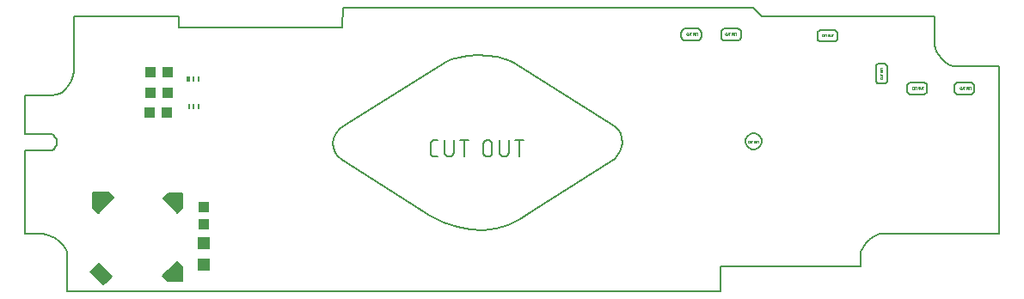
<source format=gbp>
G75*
%MOIN*%
%OFA0B0*%
%FSLAX25Y25*%
%IPPOS*%
%LPD*%
%AMOC8*
5,1,8,0,0,1.08239X$1,22.5*
%
%ADD10C,0.00600*%
%ADD11C,0.00500*%
%ADD12C,0.00800*%
%ADD13C,0.00000*%
%ADD14R,0.07480X0.05118*%
%ADD15R,0.04331X0.03937*%
%ADD16R,0.04724X0.04724*%
%ADD17R,0.03937X0.04331*%
%ADD18R,0.01181X0.02165*%
%ADD19R,0.00984X0.02165*%
D10*
X0017703Y0038877D02*
X0017703Y0053068D01*
X0017473Y0054223D01*
X0016826Y0055511D01*
X0015826Y0056843D01*
X0014540Y0058131D01*
X0013031Y0059287D01*
X0011367Y0060221D01*
X0009609Y0060847D01*
X0007826Y0061075D01*
X0001300Y0061075D01*
X0001300Y0093285D01*
X0011489Y0093363D01*
X0012380Y0093845D01*
X0013016Y0094600D01*
X0013395Y0095536D01*
X0013520Y0096561D01*
X0013391Y0097585D01*
X0013008Y0098513D01*
X0012374Y0099256D01*
X0011489Y0099720D01*
X0001300Y0099735D01*
X0001300Y0114803D02*
X0011489Y0114803D01*
X0013651Y0115090D01*
X0015486Y0115887D01*
X0017005Y0117096D01*
X0018220Y0118620D01*
X0019144Y0120362D01*
X0019789Y0122225D01*
X0020167Y0124111D01*
X0020291Y0125924D01*
X0020291Y0145461D01*
X0060762Y0145461D02*
X0060762Y0141013D01*
X0124178Y0141164D01*
X0124439Y0148568D01*
X0283611Y0148568D01*
X0286803Y0145461D01*
X0353849Y0145461D01*
X0353872Y0134183D01*
X0354104Y0132969D01*
X0354668Y0131631D01*
X0355516Y0130256D01*
X0356599Y0128933D01*
X0357869Y0127750D01*
X0359276Y0126796D01*
X0360773Y0126160D01*
X0362309Y0125929D01*
X0362585Y0125935D01*
X0378794Y0125924D01*
X0378794Y0061075D01*
X0333600Y0061075D01*
X0332610Y0060907D01*
X0331351Y0060421D01*
X0329946Y0059641D01*
X0328519Y0058595D01*
X0327194Y0057307D01*
X0326094Y0055804D01*
X0325344Y0054111D01*
X0325066Y0052254D01*
X0325066Y0048361D01*
X0270858Y0048361D01*
X0270858Y0038877D01*
X0017703Y0038877D01*
X0029747Y0069158D02*
X0029647Y0069208D01*
X0035597Y0075158D01*
X0033697Y0077058D01*
X0033697Y0077108D01*
X0027747Y0077108D01*
X0027747Y0071308D01*
X0027697Y0071258D01*
X0029747Y0069208D01*
X0029747Y0069158D01*
X0029730Y0069225D02*
X0029663Y0069225D01*
X0029132Y0069823D02*
X0030262Y0069823D01*
X0030861Y0070422D02*
X0028533Y0070422D01*
X0027935Y0071020D02*
X0031459Y0071020D01*
X0032058Y0071619D02*
X0027747Y0071619D01*
X0027747Y0072218D02*
X0032656Y0072218D01*
X0033255Y0072816D02*
X0027747Y0072816D01*
X0027747Y0073415D02*
X0033853Y0073415D01*
X0034452Y0074013D02*
X0027747Y0074013D01*
X0027747Y0074612D02*
X0035050Y0074612D01*
X0035545Y0075210D02*
X0027747Y0075210D01*
X0027747Y0075809D02*
X0034947Y0075809D01*
X0034348Y0076407D02*
X0027747Y0076407D01*
X0027747Y0077006D02*
X0033750Y0077006D01*
X0120878Y0094247D02*
X0121562Y0092486D01*
X0122690Y0090966D01*
X0124225Y0089783D01*
X0158265Y0068189D01*
X0163523Y0065449D01*
X0168754Y0063607D01*
X0173919Y0062628D01*
X0178974Y0062478D01*
X0183880Y0063119D01*
X0188596Y0064518D01*
X0193079Y0066639D01*
X0197289Y0069447D01*
X0229895Y0090159D01*
X0230978Y0091402D01*
X0231843Y0092915D01*
X0232442Y0094612D01*
X0232729Y0096404D01*
X0232659Y0098204D01*
X0232183Y0099923D01*
X0231257Y0101475D01*
X0229833Y0102771D01*
X0190100Y0127595D01*
X0187592Y0128804D01*
X0184372Y0129643D01*
X0180700Y0130126D01*
X0176836Y0130263D01*
X0173041Y0130067D01*
X0169574Y0129549D01*
X0166698Y0128721D01*
X0164671Y0127595D01*
X0125405Y0103236D01*
X0123317Y0101738D01*
X0121857Y0099993D01*
X0120989Y0098097D01*
X0120674Y0096150D01*
X0120878Y0094247D01*
X0158497Y0095986D02*
X0158497Y0092431D01*
X0158499Y0092357D01*
X0158505Y0092282D01*
X0158515Y0092209D01*
X0158528Y0092135D01*
X0158545Y0092063D01*
X0158567Y0091992D01*
X0158591Y0091921D01*
X0158620Y0091853D01*
X0158652Y0091785D01*
X0158688Y0091720D01*
X0158726Y0091657D01*
X0158769Y0091595D01*
X0158814Y0091536D01*
X0158862Y0091479D01*
X0158913Y0091425D01*
X0158967Y0091374D01*
X0159024Y0091326D01*
X0159083Y0091281D01*
X0159145Y0091238D01*
X0159208Y0091200D01*
X0159273Y0091164D01*
X0159341Y0091132D01*
X0159409Y0091103D01*
X0159480Y0091079D01*
X0159551Y0091057D01*
X0159623Y0091040D01*
X0159697Y0091027D01*
X0159770Y0091017D01*
X0159845Y0091011D01*
X0159919Y0091009D01*
X0159919Y0091008D02*
X0161341Y0091008D01*
X0163846Y0092786D02*
X0163846Y0097408D01*
X0161341Y0097408D02*
X0159919Y0097408D01*
X0159845Y0097406D01*
X0159770Y0097400D01*
X0159697Y0097390D01*
X0159623Y0097377D01*
X0159551Y0097360D01*
X0159480Y0097338D01*
X0159409Y0097314D01*
X0159341Y0097285D01*
X0159273Y0097253D01*
X0159208Y0097217D01*
X0159145Y0097179D01*
X0159083Y0097136D01*
X0159024Y0097091D01*
X0158967Y0097043D01*
X0158913Y0096992D01*
X0158862Y0096937D01*
X0158814Y0096881D01*
X0158769Y0096822D01*
X0158726Y0096760D01*
X0158688Y0096697D01*
X0158652Y0096632D01*
X0158620Y0096564D01*
X0158591Y0096496D01*
X0158567Y0096425D01*
X0158545Y0096354D01*
X0158528Y0096282D01*
X0158515Y0096208D01*
X0158505Y0096135D01*
X0158499Y0096060D01*
X0158497Y0095986D01*
X0163846Y0092786D02*
X0163848Y0092703D01*
X0163854Y0092620D01*
X0163864Y0092537D01*
X0163877Y0092454D01*
X0163895Y0092373D01*
X0163916Y0092292D01*
X0163941Y0092213D01*
X0163970Y0092135D01*
X0164002Y0092058D01*
X0164038Y0091983D01*
X0164077Y0091909D01*
X0164120Y0091838D01*
X0164166Y0091768D01*
X0164216Y0091701D01*
X0164268Y0091636D01*
X0164323Y0091574D01*
X0164382Y0091514D01*
X0164443Y0091457D01*
X0164506Y0091403D01*
X0164572Y0091352D01*
X0164641Y0091305D01*
X0164711Y0091260D01*
X0164784Y0091219D01*
X0164858Y0091182D01*
X0164934Y0091147D01*
X0165012Y0091117D01*
X0165090Y0091090D01*
X0165171Y0091067D01*
X0165252Y0091047D01*
X0165334Y0091032D01*
X0165416Y0091020D01*
X0165499Y0091012D01*
X0165582Y0091008D01*
X0165666Y0091008D01*
X0165749Y0091012D01*
X0165832Y0091020D01*
X0165914Y0091032D01*
X0165996Y0091047D01*
X0166077Y0091067D01*
X0166158Y0091090D01*
X0166236Y0091117D01*
X0166314Y0091147D01*
X0166390Y0091182D01*
X0166464Y0091219D01*
X0166537Y0091260D01*
X0166607Y0091305D01*
X0166676Y0091352D01*
X0166742Y0091403D01*
X0166805Y0091457D01*
X0166866Y0091514D01*
X0166925Y0091574D01*
X0166980Y0091636D01*
X0167032Y0091701D01*
X0167082Y0091768D01*
X0167128Y0091838D01*
X0167171Y0091909D01*
X0167210Y0091983D01*
X0167246Y0092058D01*
X0167278Y0092135D01*
X0167307Y0092213D01*
X0167332Y0092292D01*
X0167353Y0092373D01*
X0167371Y0092454D01*
X0167384Y0092537D01*
X0167394Y0092620D01*
X0167400Y0092703D01*
X0167402Y0092786D01*
X0167401Y0092786D02*
X0167401Y0097408D01*
X0169795Y0097408D02*
X0173350Y0097408D01*
X0171573Y0097408D02*
X0171573Y0091008D01*
X0178821Y0092786D02*
X0178821Y0095631D01*
X0178820Y0095631D02*
X0178822Y0095714D01*
X0178828Y0095797D01*
X0178838Y0095880D01*
X0178851Y0095963D01*
X0178869Y0096044D01*
X0178890Y0096125D01*
X0178915Y0096204D01*
X0178944Y0096282D01*
X0178976Y0096359D01*
X0179012Y0096434D01*
X0179051Y0096508D01*
X0179094Y0096579D01*
X0179140Y0096649D01*
X0179190Y0096716D01*
X0179242Y0096781D01*
X0179297Y0096843D01*
X0179356Y0096903D01*
X0179417Y0096960D01*
X0179480Y0097014D01*
X0179546Y0097065D01*
X0179615Y0097112D01*
X0179685Y0097157D01*
X0179758Y0097198D01*
X0179832Y0097235D01*
X0179908Y0097270D01*
X0179986Y0097300D01*
X0180064Y0097327D01*
X0180145Y0097350D01*
X0180226Y0097370D01*
X0180308Y0097385D01*
X0180390Y0097397D01*
X0180473Y0097405D01*
X0180556Y0097409D01*
X0180640Y0097409D01*
X0180723Y0097405D01*
X0180806Y0097397D01*
X0180888Y0097385D01*
X0180970Y0097370D01*
X0181051Y0097350D01*
X0181132Y0097327D01*
X0181210Y0097300D01*
X0181288Y0097270D01*
X0181364Y0097235D01*
X0181438Y0097198D01*
X0181511Y0097157D01*
X0181581Y0097112D01*
X0181650Y0097065D01*
X0181716Y0097014D01*
X0181779Y0096960D01*
X0181840Y0096903D01*
X0181899Y0096843D01*
X0181954Y0096781D01*
X0182006Y0096716D01*
X0182056Y0096649D01*
X0182102Y0096579D01*
X0182145Y0096508D01*
X0182184Y0096434D01*
X0182220Y0096359D01*
X0182252Y0096282D01*
X0182281Y0096204D01*
X0182306Y0096125D01*
X0182327Y0096044D01*
X0182345Y0095963D01*
X0182358Y0095880D01*
X0182368Y0095797D01*
X0182374Y0095714D01*
X0182376Y0095631D01*
X0182376Y0092786D01*
X0182374Y0092703D01*
X0182368Y0092620D01*
X0182358Y0092537D01*
X0182345Y0092454D01*
X0182327Y0092373D01*
X0182306Y0092292D01*
X0182281Y0092213D01*
X0182252Y0092135D01*
X0182220Y0092058D01*
X0182184Y0091983D01*
X0182145Y0091909D01*
X0182102Y0091838D01*
X0182056Y0091768D01*
X0182006Y0091701D01*
X0181954Y0091636D01*
X0181899Y0091574D01*
X0181840Y0091514D01*
X0181779Y0091457D01*
X0181716Y0091403D01*
X0181650Y0091352D01*
X0181581Y0091305D01*
X0181511Y0091260D01*
X0181438Y0091219D01*
X0181364Y0091182D01*
X0181288Y0091147D01*
X0181210Y0091117D01*
X0181132Y0091090D01*
X0181051Y0091067D01*
X0180970Y0091047D01*
X0180888Y0091032D01*
X0180806Y0091020D01*
X0180723Y0091012D01*
X0180640Y0091008D01*
X0180556Y0091008D01*
X0180473Y0091012D01*
X0180390Y0091020D01*
X0180308Y0091032D01*
X0180226Y0091047D01*
X0180145Y0091067D01*
X0180064Y0091090D01*
X0179986Y0091117D01*
X0179908Y0091147D01*
X0179832Y0091182D01*
X0179758Y0091219D01*
X0179685Y0091260D01*
X0179615Y0091305D01*
X0179546Y0091352D01*
X0179480Y0091403D01*
X0179417Y0091457D01*
X0179356Y0091514D01*
X0179297Y0091574D01*
X0179242Y0091636D01*
X0179190Y0091701D01*
X0179140Y0091768D01*
X0179094Y0091838D01*
X0179051Y0091909D01*
X0179012Y0091983D01*
X0178976Y0092058D01*
X0178944Y0092135D01*
X0178915Y0092213D01*
X0178890Y0092292D01*
X0178869Y0092373D01*
X0178851Y0092454D01*
X0178838Y0092537D01*
X0178828Y0092620D01*
X0178822Y0092703D01*
X0178820Y0092786D01*
X0185180Y0092786D02*
X0185180Y0097408D01*
X0188735Y0097408D02*
X0188735Y0092786D01*
X0188736Y0092786D02*
X0188734Y0092703D01*
X0188728Y0092620D01*
X0188718Y0092537D01*
X0188705Y0092454D01*
X0188687Y0092373D01*
X0188666Y0092292D01*
X0188641Y0092213D01*
X0188612Y0092135D01*
X0188580Y0092058D01*
X0188544Y0091983D01*
X0188505Y0091909D01*
X0188462Y0091838D01*
X0188416Y0091768D01*
X0188366Y0091701D01*
X0188314Y0091636D01*
X0188259Y0091574D01*
X0188200Y0091514D01*
X0188139Y0091457D01*
X0188076Y0091403D01*
X0188010Y0091352D01*
X0187941Y0091305D01*
X0187871Y0091260D01*
X0187798Y0091219D01*
X0187724Y0091182D01*
X0187648Y0091147D01*
X0187570Y0091117D01*
X0187492Y0091090D01*
X0187411Y0091067D01*
X0187330Y0091047D01*
X0187248Y0091032D01*
X0187166Y0091020D01*
X0187083Y0091012D01*
X0187000Y0091008D01*
X0186916Y0091008D01*
X0186833Y0091012D01*
X0186750Y0091020D01*
X0186668Y0091032D01*
X0186586Y0091047D01*
X0186505Y0091067D01*
X0186424Y0091090D01*
X0186346Y0091117D01*
X0186268Y0091147D01*
X0186192Y0091182D01*
X0186118Y0091219D01*
X0186045Y0091260D01*
X0185975Y0091305D01*
X0185906Y0091352D01*
X0185840Y0091403D01*
X0185777Y0091457D01*
X0185716Y0091514D01*
X0185657Y0091574D01*
X0185602Y0091636D01*
X0185550Y0091701D01*
X0185500Y0091768D01*
X0185454Y0091838D01*
X0185411Y0091909D01*
X0185372Y0091983D01*
X0185336Y0092058D01*
X0185304Y0092135D01*
X0185275Y0092213D01*
X0185250Y0092292D01*
X0185229Y0092373D01*
X0185211Y0092454D01*
X0185198Y0092537D01*
X0185188Y0092620D01*
X0185182Y0092703D01*
X0185180Y0092786D01*
X0191129Y0097408D02*
X0194684Y0097408D01*
X0192907Y0097408D02*
X0192907Y0091008D01*
X0280525Y0096924D02*
X0280586Y0096310D01*
X0280765Y0095719D01*
X0281056Y0095174D01*
X0281448Y0094697D01*
X0281925Y0094305D01*
X0282469Y0094014D01*
X0283060Y0093835D01*
X0283675Y0093774D01*
X0284289Y0093835D01*
X0284880Y0094014D01*
X0285425Y0094305D01*
X0285902Y0094697D01*
X0286294Y0095174D01*
X0286585Y0095719D01*
X0286764Y0096310D01*
X0286824Y0096924D01*
X0286764Y0097539D01*
X0286585Y0098129D01*
X0286294Y0098674D01*
X0285902Y0099151D01*
X0285425Y0099543D01*
X0284880Y0099834D01*
X0284289Y0100013D01*
X0283675Y0100074D01*
X0283060Y0100013D01*
X0282469Y0099834D01*
X0281925Y0099543D01*
X0281448Y0099151D01*
X0281056Y0098674D01*
X0280765Y0098129D01*
X0280586Y0097539D01*
X0280525Y0096924D01*
X0280589Y0097559D01*
X0280773Y0098150D01*
X0281063Y0098685D01*
X0281448Y0099151D01*
X0281914Y0099536D01*
X0282449Y0099826D01*
X0283040Y0100010D01*
X0283675Y0100074D01*
X0284309Y0100010D01*
X0284901Y0099826D01*
X0285436Y0099536D01*
X0285902Y0099151D01*
X0286287Y0098685D01*
X0286577Y0098150D01*
X0286760Y0097559D01*
X0286824Y0096924D01*
X0286760Y0096289D01*
X0286577Y0095698D01*
X0286287Y0095163D01*
X0285902Y0094697D01*
X0285436Y0094312D01*
X0284901Y0094022D01*
X0284309Y0093839D01*
X0283675Y0093774D01*
X0283040Y0093839D01*
X0282449Y0094022D01*
X0281914Y0094312D01*
X0281448Y0094697D01*
X0281063Y0095163D01*
X0280773Y0095698D01*
X0280589Y0096289D01*
X0280525Y0096924D01*
X0331167Y0120130D02*
X0331091Y0120375D01*
X0331064Y0120638D01*
X0331064Y0125715D01*
X0331091Y0125978D01*
X0331167Y0126223D01*
X0331288Y0126445D01*
X0331448Y0126639D01*
X0331642Y0126799D01*
X0331865Y0126920D01*
X0332109Y0126996D01*
X0332372Y0127023D01*
X0334256Y0127023D01*
X0334519Y0126996D01*
X0334765Y0126920D01*
X0334987Y0126799D01*
X0335181Y0126639D01*
X0335341Y0126445D01*
X0335462Y0126223D01*
X0335538Y0125978D01*
X0335565Y0125715D01*
X0335565Y0120638D01*
X0335538Y0120375D01*
X0335462Y0120130D01*
X0335341Y0119908D01*
X0335181Y0119714D01*
X0334987Y0119554D01*
X0334765Y0119433D01*
X0334519Y0119357D01*
X0334256Y0119330D01*
X0332372Y0119330D01*
X0332109Y0119357D01*
X0331865Y0119433D01*
X0331642Y0119554D01*
X0331448Y0119714D01*
X0331288Y0119908D01*
X0331167Y0120130D01*
X0343280Y0118639D02*
X0343356Y0118884D01*
X0343477Y0119106D01*
X0343637Y0119300D01*
X0343831Y0119460D01*
X0344053Y0119581D01*
X0344298Y0119658D01*
X0344561Y0119684D01*
X0349637Y0119684D01*
X0349900Y0119658D01*
X0350145Y0119581D01*
X0350368Y0119460D01*
X0350561Y0119300D01*
X0350722Y0119106D01*
X0350843Y0118884D01*
X0350919Y0118639D01*
X0350946Y0118376D01*
X0350946Y0116492D01*
X0350919Y0116229D01*
X0350843Y0115984D01*
X0350722Y0115761D01*
X0350561Y0115567D01*
X0350368Y0115407D01*
X0350145Y0115286D01*
X0349900Y0115210D01*
X0349637Y0115183D01*
X0344561Y0115183D01*
X0344298Y0115210D01*
X0344053Y0115286D01*
X0343831Y0115407D01*
X0343637Y0115567D01*
X0343477Y0115761D01*
X0343356Y0115984D01*
X0343280Y0116229D01*
X0343253Y0116492D01*
X0343253Y0118376D01*
X0343280Y0118639D01*
X0361576Y0118376D02*
X0361576Y0116492D01*
X0361603Y0116229D01*
X0361680Y0115984D01*
X0361800Y0115761D01*
X0361961Y0115567D01*
X0362154Y0115407D01*
X0362377Y0115286D01*
X0362622Y0115210D01*
X0362885Y0115183D01*
X0367961Y0115183D01*
X0368224Y0115210D01*
X0368469Y0115286D01*
X0368691Y0115407D01*
X0368885Y0115567D01*
X0369045Y0115761D01*
X0369166Y0115984D01*
X0369243Y0116229D01*
X0369269Y0116492D01*
X0369269Y0118376D01*
X0369243Y0118639D01*
X0369166Y0118884D01*
X0369045Y0119106D01*
X0368885Y0119300D01*
X0368691Y0119460D01*
X0368469Y0119581D01*
X0368224Y0119658D01*
X0367961Y0119684D01*
X0362885Y0119684D01*
X0362622Y0119658D01*
X0362377Y0119581D01*
X0362154Y0119460D01*
X0361961Y0119300D01*
X0361800Y0119106D01*
X0361680Y0118884D01*
X0361603Y0118639D01*
X0361576Y0118376D01*
X0316073Y0136382D02*
X0315952Y0136160D01*
X0315792Y0135966D01*
X0315598Y0135806D01*
X0315376Y0135685D01*
X0315131Y0135608D01*
X0314868Y0135582D01*
X0309791Y0135582D01*
X0309529Y0135608D01*
X0309283Y0135685D01*
X0309061Y0135806D01*
X0308868Y0135966D01*
X0308707Y0136160D01*
X0308587Y0136382D01*
X0308510Y0136627D01*
X0308483Y0136890D01*
X0308483Y0138774D01*
X0308510Y0139037D01*
X0308587Y0139282D01*
X0308707Y0139504D01*
X0308868Y0139698D01*
X0309061Y0139858D01*
X0309283Y0139979D01*
X0309529Y0140056D01*
X0309791Y0140082D01*
X0314868Y0140082D01*
X0315131Y0140056D01*
X0315376Y0139979D01*
X0315598Y0139858D01*
X0315792Y0139698D01*
X0315952Y0139504D01*
X0316073Y0139282D01*
X0316150Y0139037D01*
X0316176Y0138774D01*
X0316176Y0136890D01*
X0316150Y0136627D01*
X0316073Y0136382D01*
X0278828Y0137405D02*
X0278802Y0137142D01*
X0278725Y0136897D01*
X0278604Y0136675D01*
X0278444Y0136481D01*
X0278250Y0136321D01*
X0278028Y0136200D01*
X0277783Y0136123D01*
X0277520Y0136097D01*
X0272443Y0136097D01*
X0272181Y0136123D01*
X0271935Y0136200D01*
X0271713Y0136321D01*
X0271520Y0136481D01*
X0271359Y0136675D01*
X0271239Y0136897D01*
X0271162Y0137142D01*
X0271135Y0137405D01*
X0271135Y0139289D01*
X0271162Y0139552D01*
X0271239Y0139797D01*
X0271359Y0140020D01*
X0271520Y0140213D01*
X0271713Y0140374D01*
X0271935Y0140495D01*
X0272181Y0140571D01*
X0272443Y0140598D01*
X0277520Y0140598D01*
X0277783Y0140571D01*
X0278028Y0140495D01*
X0278250Y0140374D01*
X0278444Y0140213D01*
X0278604Y0140020D01*
X0278725Y0139797D01*
X0278802Y0139552D01*
X0278828Y0139289D01*
X0278828Y0137405D01*
X0263400Y0137405D02*
X0263374Y0137142D01*
X0263297Y0136897D01*
X0263176Y0136675D01*
X0263016Y0136481D01*
X0262822Y0136321D01*
X0262600Y0136200D01*
X0262355Y0136123D01*
X0262092Y0136097D01*
X0257016Y0136097D01*
X0256753Y0136123D01*
X0256508Y0136200D01*
X0256285Y0136321D01*
X0256092Y0136481D01*
X0255931Y0136675D01*
X0255811Y0136897D01*
X0255734Y0137142D01*
X0255707Y0137405D01*
X0255707Y0139289D01*
X0255734Y0139552D01*
X0255811Y0139797D01*
X0255931Y0140020D01*
X0256092Y0140213D01*
X0256285Y0140374D01*
X0256508Y0140495D01*
X0256753Y0140571D01*
X0257016Y0140598D01*
X0262092Y0140598D01*
X0262355Y0140571D01*
X0262600Y0140495D01*
X0262822Y0140374D01*
X0263016Y0140213D01*
X0263176Y0140020D01*
X0263297Y0139797D01*
X0263374Y0139552D01*
X0263400Y0139289D01*
X0263400Y0137405D01*
D11*
X0062047Y0076558D02*
X0062047Y0071058D01*
X0060197Y0069208D01*
X0060247Y0069308D01*
X0060247Y0069408D01*
X0054947Y0074708D01*
X0054947Y0074758D01*
X0056797Y0076608D01*
X0061997Y0076608D01*
X0062047Y0076558D01*
X0062019Y0076586D02*
X0056775Y0076586D01*
X0056276Y0076088D02*
X0062047Y0076088D01*
X0062047Y0075589D02*
X0055778Y0075589D01*
X0055279Y0075091D02*
X0062047Y0075091D01*
X0062047Y0074592D02*
X0055063Y0074592D01*
X0055561Y0074094D02*
X0062047Y0074094D01*
X0062047Y0073595D02*
X0056060Y0073595D01*
X0056559Y0073097D02*
X0062047Y0073097D01*
X0062047Y0072598D02*
X0057057Y0072598D01*
X0057556Y0072100D02*
X0062047Y0072100D01*
X0062047Y0071601D02*
X0058054Y0071601D01*
X0058553Y0071103D02*
X0062047Y0071103D01*
X0061593Y0070604D02*
X0059051Y0070604D01*
X0059550Y0070106D02*
X0061094Y0070106D01*
X0060596Y0069607D02*
X0060048Y0069607D01*
X0035697Y0075208D02*
X0033697Y0077208D01*
X0027697Y0077208D01*
X0027697Y0071208D01*
X0029697Y0069208D01*
X0035697Y0075208D01*
X0035579Y0075091D02*
X0027697Y0075091D01*
X0027697Y0075589D02*
X0035316Y0075589D01*
X0034817Y0076088D02*
X0027697Y0076088D01*
X0027697Y0076586D02*
X0034319Y0076586D01*
X0033820Y0077085D02*
X0027697Y0077085D01*
X0027697Y0074592D02*
X0035081Y0074592D01*
X0034582Y0074094D02*
X0027697Y0074094D01*
X0027697Y0073595D02*
X0034084Y0073595D01*
X0033585Y0073097D02*
X0027697Y0073097D01*
X0027697Y0072598D02*
X0033087Y0072598D01*
X0032588Y0072100D02*
X0027697Y0072100D01*
X0027697Y0071601D02*
X0032090Y0071601D01*
X0031591Y0071103D02*
X0027803Y0071103D01*
X0028301Y0070604D02*
X0031093Y0070604D01*
X0030594Y0070106D02*
X0028800Y0070106D01*
X0029298Y0069607D02*
X0030096Y0069607D01*
X0054697Y0044708D02*
X0060197Y0050208D01*
X0062197Y0048208D01*
X0062197Y0042708D01*
X0056697Y0042708D01*
X0054697Y0044708D01*
X0054724Y0044682D02*
X0062197Y0044682D01*
X0062197Y0045180D02*
X0055169Y0045180D01*
X0055667Y0045679D02*
X0062197Y0045679D01*
X0062197Y0046177D02*
X0056166Y0046177D01*
X0056664Y0046676D02*
X0062197Y0046676D01*
X0062197Y0047174D02*
X0057163Y0047174D01*
X0057661Y0047673D02*
X0062197Y0047673D01*
X0062197Y0048171D02*
X0058160Y0048171D01*
X0058658Y0048670D02*
X0061736Y0048670D01*
X0061237Y0049168D02*
X0059157Y0049168D01*
X0059655Y0049667D02*
X0060739Y0049667D01*
X0060240Y0050165D02*
X0060154Y0050165D01*
X0062197Y0044183D02*
X0055222Y0044183D01*
X0055721Y0043685D02*
X0062197Y0043685D01*
X0062197Y0043186D02*
X0056219Y0043186D01*
X0001300Y0099735D02*
X0001300Y0114803D01*
D12*
X0020291Y0145461D02*
X0060762Y0145461D01*
D13*
X0033192Y0076774D02*
X0034251Y0075715D01*
X0028962Y0070426D02*
X0027900Y0071487D01*
X0029537Y0049627D02*
X0027310Y0047400D01*
X0032600Y0042111D02*
X0034827Y0044338D01*
X0257697Y0138386D02*
X0257697Y0138831D01*
X0257699Y0138856D01*
X0257704Y0138881D01*
X0257713Y0138905D01*
X0257725Y0138927D01*
X0257740Y0138948D01*
X0257758Y0138966D01*
X0257779Y0138981D01*
X0257801Y0138993D01*
X0257825Y0139002D01*
X0257850Y0139007D01*
X0257875Y0139009D01*
X0257875Y0139008D02*
X0258052Y0139008D01*
X0258322Y0139008D02*
X0258322Y0138431D01*
X0258324Y0138402D01*
X0258330Y0138374D01*
X0258339Y0138346D01*
X0258352Y0138320D01*
X0258368Y0138296D01*
X0258387Y0138274D01*
X0258409Y0138255D01*
X0258433Y0138239D01*
X0258459Y0138226D01*
X0258487Y0138217D01*
X0258515Y0138211D01*
X0258544Y0138209D01*
X0258573Y0138211D01*
X0258601Y0138217D01*
X0258629Y0138226D01*
X0258655Y0138239D01*
X0258679Y0138255D01*
X0258701Y0138274D01*
X0258720Y0138296D01*
X0258736Y0138320D01*
X0258749Y0138346D01*
X0258758Y0138374D01*
X0258764Y0138402D01*
X0258766Y0138431D01*
X0258766Y0139008D01*
X0259018Y0139008D02*
X0259462Y0139008D01*
X0259240Y0139008D02*
X0259240Y0138208D01*
X0260074Y0138431D02*
X0260074Y0138786D01*
X0260076Y0138815D01*
X0260082Y0138843D01*
X0260091Y0138871D01*
X0260104Y0138897D01*
X0260120Y0138921D01*
X0260139Y0138943D01*
X0260161Y0138962D01*
X0260185Y0138978D01*
X0260211Y0138991D01*
X0260239Y0139000D01*
X0260267Y0139006D01*
X0260296Y0139008D01*
X0260325Y0139006D01*
X0260353Y0139000D01*
X0260381Y0138991D01*
X0260407Y0138978D01*
X0260431Y0138962D01*
X0260453Y0138943D01*
X0260472Y0138921D01*
X0260488Y0138897D01*
X0260501Y0138871D01*
X0260510Y0138843D01*
X0260516Y0138815D01*
X0260518Y0138786D01*
X0260518Y0138431D01*
X0260516Y0138402D01*
X0260510Y0138374D01*
X0260501Y0138346D01*
X0260488Y0138320D01*
X0260472Y0138296D01*
X0260453Y0138274D01*
X0260431Y0138255D01*
X0260407Y0138239D01*
X0260381Y0138226D01*
X0260353Y0138217D01*
X0260325Y0138211D01*
X0260296Y0138209D01*
X0260267Y0138211D01*
X0260239Y0138217D01*
X0260211Y0138226D01*
X0260185Y0138239D01*
X0260161Y0138255D01*
X0260139Y0138274D01*
X0260120Y0138296D01*
X0260104Y0138320D01*
X0260091Y0138346D01*
X0260082Y0138374D01*
X0260076Y0138402D01*
X0260074Y0138431D01*
X0260818Y0138431D02*
X0260818Y0139008D01*
X0261262Y0139008D02*
X0261262Y0138431D01*
X0261260Y0138402D01*
X0261254Y0138374D01*
X0261245Y0138346D01*
X0261232Y0138320D01*
X0261216Y0138296D01*
X0261197Y0138274D01*
X0261175Y0138255D01*
X0261151Y0138239D01*
X0261125Y0138226D01*
X0261097Y0138217D01*
X0261069Y0138211D01*
X0261040Y0138209D01*
X0261011Y0138211D01*
X0260983Y0138217D01*
X0260955Y0138226D01*
X0260929Y0138239D01*
X0260905Y0138255D01*
X0260883Y0138274D01*
X0260864Y0138296D01*
X0260848Y0138320D01*
X0260835Y0138346D01*
X0260826Y0138374D01*
X0260820Y0138402D01*
X0260818Y0138431D01*
X0261514Y0139008D02*
X0261958Y0139008D01*
X0261736Y0139008D02*
X0261736Y0138208D01*
X0258052Y0138208D02*
X0257875Y0138208D01*
X0257850Y0138210D01*
X0257825Y0138215D01*
X0257801Y0138224D01*
X0257779Y0138236D01*
X0257758Y0138251D01*
X0257740Y0138269D01*
X0257725Y0138290D01*
X0257713Y0138312D01*
X0257704Y0138336D01*
X0257699Y0138361D01*
X0257697Y0138386D01*
X0272697Y0138386D02*
X0272697Y0138831D01*
X0272699Y0138856D01*
X0272704Y0138881D01*
X0272713Y0138905D01*
X0272725Y0138927D01*
X0272740Y0138948D01*
X0272758Y0138966D01*
X0272779Y0138981D01*
X0272801Y0138993D01*
X0272825Y0139002D01*
X0272850Y0139007D01*
X0272875Y0139009D01*
X0272875Y0139008D02*
X0273052Y0139008D01*
X0273322Y0139008D02*
X0273322Y0138431D01*
X0273324Y0138402D01*
X0273330Y0138374D01*
X0273339Y0138346D01*
X0273352Y0138320D01*
X0273368Y0138296D01*
X0273387Y0138274D01*
X0273409Y0138255D01*
X0273433Y0138239D01*
X0273459Y0138226D01*
X0273487Y0138217D01*
X0273515Y0138211D01*
X0273544Y0138209D01*
X0273573Y0138211D01*
X0273601Y0138217D01*
X0273629Y0138226D01*
X0273655Y0138239D01*
X0273679Y0138255D01*
X0273701Y0138274D01*
X0273720Y0138296D01*
X0273736Y0138320D01*
X0273749Y0138346D01*
X0273758Y0138374D01*
X0273764Y0138402D01*
X0273766Y0138431D01*
X0273766Y0139008D01*
X0274018Y0139008D02*
X0274462Y0139008D01*
X0274240Y0139008D02*
X0274240Y0138208D01*
X0275074Y0138431D02*
X0275074Y0138786D01*
X0275076Y0138815D01*
X0275082Y0138843D01*
X0275091Y0138871D01*
X0275104Y0138897D01*
X0275120Y0138921D01*
X0275139Y0138943D01*
X0275161Y0138962D01*
X0275185Y0138978D01*
X0275211Y0138991D01*
X0275239Y0139000D01*
X0275267Y0139006D01*
X0275296Y0139008D01*
X0275325Y0139006D01*
X0275353Y0139000D01*
X0275381Y0138991D01*
X0275407Y0138978D01*
X0275431Y0138962D01*
X0275453Y0138943D01*
X0275472Y0138921D01*
X0275488Y0138897D01*
X0275501Y0138871D01*
X0275510Y0138843D01*
X0275516Y0138815D01*
X0275518Y0138786D01*
X0275518Y0138431D01*
X0275516Y0138402D01*
X0275510Y0138374D01*
X0275501Y0138346D01*
X0275488Y0138320D01*
X0275472Y0138296D01*
X0275453Y0138274D01*
X0275431Y0138255D01*
X0275407Y0138239D01*
X0275381Y0138226D01*
X0275353Y0138217D01*
X0275325Y0138211D01*
X0275296Y0138209D01*
X0275267Y0138211D01*
X0275239Y0138217D01*
X0275211Y0138226D01*
X0275185Y0138239D01*
X0275161Y0138255D01*
X0275139Y0138274D01*
X0275120Y0138296D01*
X0275104Y0138320D01*
X0275091Y0138346D01*
X0275082Y0138374D01*
X0275076Y0138402D01*
X0275074Y0138431D01*
X0275818Y0138431D02*
X0275818Y0139008D01*
X0276262Y0139008D02*
X0276262Y0138431D01*
X0276260Y0138402D01*
X0276254Y0138374D01*
X0276245Y0138346D01*
X0276232Y0138320D01*
X0276216Y0138296D01*
X0276197Y0138274D01*
X0276175Y0138255D01*
X0276151Y0138239D01*
X0276125Y0138226D01*
X0276097Y0138217D01*
X0276069Y0138211D01*
X0276040Y0138209D01*
X0276011Y0138211D01*
X0275983Y0138217D01*
X0275955Y0138226D01*
X0275929Y0138239D01*
X0275905Y0138255D01*
X0275883Y0138274D01*
X0275864Y0138296D01*
X0275848Y0138320D01*
X0275835Y0138346D01*
X0275826Y0138374D01*
X0275820Y0138402D01*
X0275818Y0138431D01*
X0276514Y0139008D02*
X0276958Y0139008D01*
X0276736Y0139008D02*
X0276736Y0138208D01*
X0273052Y0138208D02*
X0272875Y0138208D01*
X0272850Y0138210D01*
X0272825Y0138215D01*
X0272801Y0138224D01*
X0272779Y0138236D01*
X0272758Y0138251D01*
X0272740Y0138269D01*
X0272725Y0138290D01*
X0272713Y0138312D01*
X0272704Y0138336D01*
X0272699Y0138361D01*
X0272697Y0138386D01*
X0310197Y0138331D02*
X0310197Y0137886D01*
X0310199Y0137861D01*
X0310204Y0137836D01*
X0310213Y0137812D01*
X0310225Y0137790D01*
X0310240Y0137769D01*
X0310258Y0137751D01*
X0310279Y0137736D01*
X0310301Y0137724D01*
X0310325Y0137715D01*
X0310350Y0137710D01*
X0310375Y0137708D01*
X0310552Y0137708D01*
X0310822Y0137931D02*
X0310822Y0138508D01*
X0310552Y0138508D02*
X0310375Y0138508D01*
X0310375Y0138509D02*
X0310350Y0138507D01*
X0310325Y0138502D01*
X0310301Y0138493D01*
X0310279Y0138481D01*
X0310258Y0138466D01*
X0310240Y0138448D01*
X0310225Y0138427D01*
X0310213Y0138405D01*
X0310204Y0138381D01*
X0310199Y0138356D01*
X0310197Y0138331D01*
X0310822Y0137931D02*
X0310824Y0137902D01*
X0310830Y0137874D01*
X0310839Y0137846D01*
X0310852Y0137820D01*
X0310868Y0137796D01*
X0310887Y0137774D01*
X0310909Y0137755D01*
X0310933Y0137739D01*
X0310959Y0137726D01*
X0310987Y0137717D01*
X0311015Y0137711D01*
X0311044Y0137709D01*
X0311073Y0137711D01*
X0311101Y0137717D01*
X0311129Y0137726D01*
X0311155Y0137739D01*
X0311179Y0137755D01*
X0311201Y0137774D01*
X0311220Y0137796D01*
X0311236Y0137820D01*
X0311249Y0137846D01*
X0311258Y0137874D01*
X0311264Y0137902D01*
X0311266Y0137931D01*
X0311266Y0138508D01*
X0311518Y0138508D02*
X0311962Y0138508D01*
X0311740Y0138508D02*
X0311740Y0137708D01*
X0312574Y0137931D02*
X0312574Y0138286D01*
X0312576Y0138315D01*
X0312582Y0138343D01*
X0312591Y0138371D01*
X0312604Y0138397D01*
X0312620Y0138421D01*
X0312639Y0138443D01*
X0312661Y0138462D01*
X0312685Y0138478D01*
X0312711Y0138491D01*
X0312739Y0138500D01*
X0312767Y0138506D01*
X0312796Y0138508D01*
X0312825Y0138506D01*
X0312853Y0138500D01*
X0312881Y0138491D01*
X0312907Y0138478D01*
X0312931Y0138462D01*
X0312953Y0138443D01*
X0312972Y0138421D01*
X0312988Y0138397D01*
X0313001Y0138371D01*
X0313010Y0138343D01*
X0313016Y0138315D01*
X0313018Y0138286D01*
X0313018Y0137931D01*
X0313016Y0137902D01*
X0313010Y0137874D01*
X0313001Y0137846D01*
X0312988Y0137820D01*
X0312972Y0137796D01*
X0312953Y0137774D01*
X0312931Y0137755D01*
X0312907Y0137739D01*
X0312881Y0137726D01*
X0312853Y0137717D01*
X0312825Y0137711D01*
X0312796Y0137709D01*
X0312767Y0137711D01*
X0312739Y0137717D01*
X0312711Y0137726D01*
X0312685Y0137739D01*
X0312661Y0137755D01*
X0312639Y0137774D01*
X0312620Y0137796D01*
X0312604Y0137820D01*
X0312591Y0137846D01*
X0312582Y0137874D01*
X0312576Y0137902D01*
X0312574Y0137931D01*
X0313318Y0137931D02*
X0313318Y0138508D01*
X0313762Y0138508D02*
X0313762Y0137931D01*
X0313760Y0137902D01*
X0313754Y0137874D01*
X0313745Y0137846D01*
X0313732Y0137820D01*
X0313716Y0137796D01*
X0313697Y0137774D01*
X0313675Y0137755D01*
X0313651Y0137739D01*
X0313625Y0137726D01*
X0313597Y0137717D01*
X0313569Y0137711D01*
X0313540Y0137709D01*
X0313511Y0137711D01*
X0313483Y0137717D01*
X0313455Y0137726D01*
X0313429Y0137739D01*
X0313405Y0137755D01*
X0313383Y0137774D01*
X0313364Y0137796D01*
X0313348Y0137820D01*
X0313335Y0137846D01*
X0313326Y0137874D01*
X0313320Y0137902D01*
X0313318Y0137931D01*
X0314014Y0138508D02*
X0314458Y0138508D01*
X0314236Y0138508D02*
X0314236Y0137708D01*
X0332897Y0125470D02*
X0332897Y0125025D01*
X0332897Y0125248D02*
X0333697Y0125248D01*
X0333475Y0124774D02*
X0332897Y0124774D01*
X0332897Y0124329D02*
X0333475Y0124329D01*
X0333475Y0124330D02*
X0333504Y0124332D01*
X0333532Y0124338D01*
X0333560Y0124347D01*
X0333586Y0124360D01*
X0333610Y0124376D01*
X0333632Y0124395D01*
X0333651Y0124417D01*
X0333667Y0124441D01*
X0333680Y0124467D01*
X0333689Y0124495D01*
X0333695Y0124523D01*
X0333697Y0124552D01*
X0333695Y0124581D01*
X0333689Y0124609D01*
X0333680Y0124637D01*
X0333667Y0124663D01*
X0333651Y0124687D01*
X0333632Y0124709D01*
X0333610Y0124728D01*
X0333586Y0124744D01*
X0333560Y0124757D01*
X0333532Y0124766D01*
X0333504Y0124772D01*
X0333475Y0124774D01*
X0333475Y0124030D02*
X0333119Y0124030D01*
X0333090Y0124028D01*
X0333062Y0124022D01*
X0333034Y0124013D01*
X0333008Y0124000D01*
X0332984Y0123984D01*
X0332962Y0123965D01*
X0332943Y0123943D01*
X0332927Y0123919D01*
X0332914Y0123893D01*
X0332905Y0123865D01*
X0332899Y0123837D01*
X0332897Y0123808D01*
X0332899Y0123779D01*
X0332905Y0123751D01*
X0332914Y0123723D01*
X0332927Y0123697D01*
X0332943Y0123673D01*
X0332962Y0123651D01*
X0332984Y0123632D01*
X0333008Y0123616D01*
X0333034Y0123603D01*
X0333062Y0123594D01*
X0333090Y0123588D01*
X0333119Y0123586D01*
X0333119Y0123585D02*
X0333475Y0123585D01*
X0333475Y0123586D02*
X0333504Y0123588D01*
X0333532Y0123594D01*
X0333560Y0123603D01*
X0333586Y0123616D01*
X0333610Y0123632D01*
X0333632Y0123651D01*
X0333651Y0123673D01*
X0333667Y0123697D01*
X0333680Y0123723D01*
X0333689Y0123751D01*
X0333695Y0123779D01*
X0333697Y0123808D01*
X0333695Y0123837D01*
X0333689Y0123865D01*
X0333680Y0123893D01*
X0333667Y0123919D01*
X0333651Y0123943D01*
X0333632Y0123965D01*
X0333610Y0123984D01*
X0333586Y0124000D01*
X0333560Y0124013D01*
X0333532Y0124022D01*
X0333504Y0124028D01*
X0333475Y0124030D01*
X0332897Y0122974D02*
X0332897Y0122529D01*
X0332897Y0122752D02*
X0333697Y0122752D01*
X0333475Y0122278D02*
X0332897Y0122278D01*
X0332897Y0121833D02*
X0333475Y0121833D01*
X0333475Y0121834D02*
X0333504Y0121836D01*
X0333532Y0121842D01*
X0333560Y0121851D01*
X0333586Y0121864D01*
X0333610Y0121880D01*
X0333632Y0121899D01*
X0333651Y0121921D01*
X0333667Y0121945D01*
X0333680Y0121971D01*
X0333689Y0121999D01*
X0333695Y0122027D01*
X0333697Y0122056D01*
X0333695Y0122085D01*
X0333689Y0122113D01*
X0333680Y0122141D01*
X0333667Y0122167D01*
X0333651Y0122191D01*
X0333632Y0122213D01*
X0333610Y0122232D01*
X0333586Y0122248D01*
X0333560Y0122261D01*
X0333532Y0122270D01*
X0333504Y0122276D01*
X0333475Y0122278D01*
X0333697Y0121564D02*
X0333697Y0121386D01*
X0333695Y0121361D01*
X0333690Y0121336D01*
X0333681Y0121312D01*
X0333669Y0121290D01*
X0333654Y0121269D01*
X0333636Y0121251D01*
X0333615Y0121236D01*
X0333593Y0121224D01*
X0333569Y0121215D01*
X0333544Y0121210D01*
X0333519Y0121208D01*
X0333075Y0121208D01*
X0333050Y0121210D01*
X0333025Y0121215D01*
X0333001Y0121224D01*
X0332979Y0121236D01*
X0332958Y0121251D01*
X0332940Y0121269D01*
X0332925Y0121290D01*
X0332913Y0121312D01*
X0332904Y0121336D01*
X0332899Y0121361D01*
X0332897Y0121386D01*
X0332897Y0121564D01*
X0345197Y0117831D02*
X0345197Y0117386D01*
X0345199Y0117361D01*
X0345204Y0117336D01*
X0345213Y0117312D01*
X0345225Y0117290D01*
X0345240Y0117269D01*
X0345258Y0117251D01*
X0345279Y0117236D01*
X0345301Y0117224D01*
X0345325Y0117215D01*
X0345350Y0117210D01*
X0345375Y0117208D01*
X0345552Y0117208D01*
X0345822Y0117431D02*
X0345822Y0118008D01*
X0345552Y0118008D02*
X0345375Y0118008D01*
X0345375Y0118009D02*
X0345350Y0118007D01*
X0345325Y0118002D01*
X0345301Y0117993D01*
X0345279Y0117981D01*
X0345258Y0117966D01*
X0345240Y0117948D01*
X0345225Y0117927D01*
X0345213Y0117905D01*
X0345204Y0117881D01*
X0345199Y0117856D01*
X0345197Y0117831D01*
X0345822Y0117431D02*
X0345824Y0117402D01*
X0345830Y0117374D01*
X0345839Y0117346D01*
X0345852Y0117320D01*
X0345868Y0117296D01*
X0345887Y0117274D01*
X0345909Y0117255D01*
X0345933Y0117239D01*
X0345959Y0117226D01*
X0345987Y0117217D01*
X0346015Y0117211D01*
X0346044Y0117209D01*
X0346073Y0117211D01*
X0346101Y0117217D01*
X0346129Y0117226D01*
X0346155Y0117239D01*
X0346179Y0117255D01*
X0346201Y0117274D01*
X0346220Y0117296D01*
X0346236Y0117320D01*
X0346249Y0117346D01*
X0346258Y0117374D01*
X0346264Y0117402D01*
X0346266Y0117431D01*
X0346266Y0118008D01*
X0346518Y0118008D02*
X0346962Y0118008D01*
X0346740Y0118008D02*
X0346740Y0117208D01*
X0347574Y0117431D02*
X0347574Y0117786D01*
X0347576Y0117815D01*
X0347582Y0117843D01*
X0347591Y0117871D01*
X0347604Y0117897D01*
X0347620Y0117921D01*
X0347639Y0117943D01*
X0347661Y0117962D01*
X0347685Y0117978D01*
X0347711Y0117991D01*
X0347739Y0118000D01*
X0347767Y0118006D01*
X0347796Y0118008D01*
X0347825Y0118006D01*
X0347853Y0118000D01*
X0347881Y0117991D01*
X0347907Y0117978D01*
X0347931Y0117962D01*
X0347953Y0117943D01*
X0347972Y0117921D01*
X0347988Y0117897D01*
X0348001Y0117871D01*
X0348010Y0117843D01*
X0348016Y0117815D01*
X0348018Y0117786D01*
X0348018Y0117431D01*
X0348016Y0117402D01*
X0348010Y0117374D01*
X0348001Y0117346D01*
X0347988Y0117320D01*
X0347972Y0117296D01*
X0347953Y0117274D01*
X0347931Y0117255D01*
X0347907Y0117239D01*
X0347881Y0117226D01*
X0347853Y0117217D01*
X0347825Y0117211D01*
X0347796Y0117209D01*
X0347767Y0117211D01*
X0347739Y0117217D01*
X0347711Y0117226D01*
X0347685Y0117239D01*
X0347661Y0117255D01*
X0347639Y0117274D01*
X0347620Y0117296D01*
X0347604Y0117320D01*
X0347591Y0117346D01*
X0347582Y0117374D01*
X0347576Y0117402D01*
X0347574Y0117431D01*
X0348318Y0117431D02*
X0348318Y0118008D01*
X0348762Y0118008D02*
X0348762Y0117431D01*
X0348760Y0117402D01*
X0348754Y0117374D01*
X0348745Y0117346D01*
X0348732Y0117320D01*
X0348716Y0117296D01*
X0348697Y0117274D01*
X0348675Y0117255D01*
X0348651Y0117239D01*
X0348625Y0117226D01*
X0348597Y0117217D01*
X0348569Y0117211D01*
X0348540Y0117209D01*
X0348511Y0117211D01*
X0348483Y0117217D01*
X0348455Y0117226D01*
X0348429Y0117239D01*
X0348405Y0117255D01*
X0348383Y0117274D01*
X0348364Y0117296D01*
X0348348Y0117320D01*
X0348335Y0117346D01*
X0348326Y0117374D01*
X0348320Y0117402D01*
X0348318Y0117431D01*
X0349014Y0118008D02*
X0349458Y0118008D01*
X0349236Y0118008D02*
X0349236Y0117208D01*
X0363697Y0117386D02*
X0363697Y0117831D01*
X0363699Y0117856D01*
X0363704Y0117881D01*
X0363713Y0117905D01*
X0363725Y0117927D01*
X0363740Y0117948D01*
X0363758Y0117966D01*
X0363779Y0117981D01*
X0363801Y0117993D01*
X0363825Y0118002D01*
X0363850Y0118007D01*
X0363875Y0118009D01*
X0363875Y0118008D02*
X0364052Y0118008D01*
X0364322Y0118008D02*
X0364322Y0117431D01*
X0364324Y0117402D01*
X0364330Y0117374D01*
X0364339Y0117346D01*
X0364352Y0117320D01*
X0364368Y0117296D01*
X0364387Y0117274D01*
X0364409Y0117255D01*
X0364433Y0117239D01*
X0364459Y0117226D01*
X0364487Y0117217D01*
X0364515Y0117211D01*
X0364544Y0117209D01*
X0364573Y0117211D01*
X0364601Y0117217D01*
X0364629Y0117226D01*
X0364655Y0117239D01*
X0364679Y0117255D01*
X0364701Y0117274D01*
X0364720Y0117296D01*
X0364736Y0117320D01*
X0364749Y0117346D01*
X0364758Y0117374D01*
X0364764Y0117402D01*
X0364766Y0117431D01*
X0364766Y0118008D01*
X0365018Y0118008D02*
X0365462Y0118008D01*
X0365240Y0118008D02*
X0365240Y0117208D01*
X0366074Y0117431D02*
X0366074Y0117786D01*
X0366076Y0117815D01*
X0366082Y0117843D01*
X0366091Y0117871D01*
X0366104Y0117897D01*
X0366120Y0117921D01*
X0366139Y0117943D01*
X0366161Y0117962D01*
X0366185Y0117978D01*
X0366211Y0117991D01*
X0366239Y0118000D01*
X0366267Y0118006D01*
X0366296Y0118008D01*
X0366325Y0118006D01*
X0366353Y0118000D01*
X0366381Y0117991D01*
X0366407Y0117978D01*
X0366431Y0117962D01*
X0366453Y0117943D01*
X0366472Y0117921D01*
X0366488Y0117897D01*
X0366501Y0117871D01*
X0366510Y0117843D01*
X0366516Y0117815D01*
X0366518Y0117786D01*
X0366518Y0117431D01*
X0366516Y0117402D01*
X0366510Y0117374D01*
X0366501Y0117346D01*
X0366488Y0117320D01*
X0366472Y0117296D01*
X0366453Y0117274D01*
X0366431Y0117255D01*
X0366407Y0117239D01*
X0366381Y0117226D01*
X0366353Y0117217D01*
X0366325Y0117211D01*
X0366296Y0117209D01*
X0366267Y0117211D01*
X0366239Y0117217D01*
X0366211Y0117226D01*
X0366185Y0117239D01*
X0366161Y0117255D01*
X0366139Y0117274D01*
X0366120Y0117296D01*
X0366104Y0117320D01*
X0366091Y0117346D01*
X0366082Y0117374D01*
X0366076Y0117402D01*
X0366074Y0117431D01*
X0366818Y0117431D02*
X0366818Y0118008D01*
X0367262Y0118008D02*
X0367262Y0117431D01*
X0367260Y0117402D01*
X0367254Y0117374D01*
X0367245Y0117346D01*
X0367232Y0117320D01*
X0367216Y0117296D01*
X0367197Y0117274D01*
X0367175Y0117255D01*
X0367151Y0117239D01*
X0367125Y0117226D01*
X0367097Y0117217D01*
X0367069Y0117211D01*
X0367040Y0117209D01*
X0367011Y0117211D01*
X0366983Y0117217D01*
X0366955Y0117226D01*
X0366929Y0117239D01*
X0366905Y0117255D01*
X0366883Y0117274D01*
X0366864Y0117296D01*
X0366848Y0117320D01*
X0366835Y0117346D01*
X0366826Y0117374D01*
X0366820Y0117402D01*
X0366818Y0117431D01*
X0367514Y0118008D02*
X0367958Y0118008D01*
X0367736Y0118008D02*
X0367736Y0117208D01*
X0364052Y0117208D02*
X0363875Y0117208D01*
X0363850Y0117210D01*
X0363825Y0117215D01*
X0363801Y0117224D01*
X0363779Y0117236D01*
X0363758Y0117251D01*
X0363740Y0117269D01*
X0363725Y0117290D01*
X0363713Y0117312D01*
X0363704Y0117336D01*
X0363699Y0117361D01*
X0363697Y0117386D01*
X0285697Y0097208D02*
X0285252Y0097208D01*
X0285475Y0097208D02*
X0285475Y0096408D01*
X0285001Y0096631D02*
X0285001Y0097208D01*
X0284556Y0097208D02*
X0284556Y0096631D01*
X0284557Y0096631D02*
X0284559Y0096602D01*
X0284565Y0096574D01*
X0284574Y0096546D01*
X0284587Y0096520D01*
X0284603Y0096496D01*
X0284622Y0096474D01*
X0284644Y0096455D01*
X0284668Y0096439D01*
X0284694Y0096426D01*
X0284722Y0096417D01*
X0284750Y0096411D01*
X0284779Y0096409D01*
X0284808Y0096411D01*
X0284836Y0096417D01*
X0284864Y0096426D01*
X0284890Y0096439D01*
X0284914Y0096455D01*
X0284936Y0096474D01*
X0284955Y0096496D01*
X0284971Y0096520D01*
X0284984Y0096546D01*
X0284993Y0096574D01*
X0284999Y0096602D01*
X0285001Y0096631D01*
X0284257Y0096631D02*
X0284257Y0096986D01*
X0284255Y0097015D01*
X0284249Y0097043D01*
X0284240Y0097071D01*
X0284227Y0097097D01*
X0284211Y0097121D01*
X0284192Y0097143D01*
X0284170Y0097162D01*
X0284146Y0097178D01*
X0284120Y0097191D01*
X0284092Y0097200D01*
X0284064Y0097206D01*
X0284035Y0097208D01*
X0284006Y0097206D01*
X0283978Y0097200D01*
X0283950Y0097191D01*
X0283924Y0097178D01*
X0283900Y0097162D01*
X0283878Y0097143D01*
X0283859Y0097121D01*
X0283843Y0097097D01*
X0283830Y0097071D01*
X0283821Y0097043D01*
X0283815Y0097015D01*
X0283813Y0096986D01*
X0283812Y0096986D02*
X0283812Y0096631D01*
X0283813Y0096631D02*
X0283815Y0096602D01*
X0283821Y0096574D01*
X0283830Y0096546D01*
X0283843Y0096520D01*
X0283859Y0096496D01*
X0283878Y0096474D01*
X0283900Y0096455D01*
X0283924Y0096439D01*
X0283950Y0096426D01*
X0283978Y0096417D01*
X0284006Y0096411D01*
X0284035Y0096409D01*
X0284064Y0096411D01*
X0284092Y0096417D01*
X0284120Y0096426D01*
X0284146Y0096439D01*
X0284170Y0096455D01*
X0284192Y0096474D01*
X0284211Y0096496D01*
X0284227Y0096520D01*
X0284240Y0096546D01*
X0284249Y0096574D01*
X0284255Y0096602D01*
X0284257Y0096631D01*
X0283201Y0097208D02*
X0282756Y0097208D01*
X0282979Y0097208D02*
X0282979Y0096408D01*
X0282505Y0096631D02*
X0282505Y0097208D01*
X0282060Y0097208D02*
X0282060Y0096631D01*
X0282061Y0096631D02*
X0282063Y0096602D01*
X0282069Y0096574D01*
X0282078Y0096546D01*
X0282091Y0096520D01*
X0282107Y0096496D01*
X0282126Y0096474D01*
X0282148Y0096455D01*
X0282172Y0096439D01*
X0282198Y0096426D01*
X0282226Y0096417D01*
X0282254Y0096411D01*
X0282283Y0096409D01*
X0282312Y0096411D01*
X0282340Y0096417D01*
X0282368Y0096426D01*
X0282394Y0096439D01*
X0282418Y0096455D01*
X0282440Y0096474D01*
X0282459Y0096496D01*
X0282475Y0096520D01*
X0282488Y0096546D01*
X0282497Y0096574D01*
X0282503Y0096602D01*
X0282505Y0096631D01*
X0281791Y0096408D02*
X0281613Y0096408D01*
X0281588Y0096410D01*
X0281563Y0096415D01*
X0281539Y0096424D01*
X0281517Y0096436D01*
X0281496Y0096451D01*
X0281478Y0096469D01*
X0281463Y0096490D01*
X0281451Y0096512D01*
X0281442Y0096536D01*
X0281437Y0096561D01*
X0281435Y0096586D01*
X0281435Y0097031D01*
X0281437Y0097056D01*
X0281442Y0097081D01*
X0281451Y0097105D01*
X0281463Y0097127D01*
X0281478Y0097148D01*
X0281496Y0097166D01*
X0281517Y0097181D01*
X0281539Y0097193D01*
X0281563Y0097202D01*
X0281588Y0097207D01*
X0281613Y0097209D01*
X0281613Y0097208D02*
X0281791Y0097208D01*
D14*
G36*
X0031579Y0041046D02*
X0026290Y0046335D01*
X0029909Y0049954D01*
X0035198Y0044665D01*
X0031579Y0041046D01*
G37*
D15*
X0070697Y0064862D03*
X0070697Y0071555D03*
X0056293Y0108208D03*
X0049600Y0108208D03*
D16*
X0070697Y0057342D03*
X0070697Y0049074D03*
D17*
X0056543Y0115833D03*
X0049850Y0115833D03*
X0049850Y0123833D03*
X0056543Y0123833D03*
D18*
X0064630Y0121122D03*
D19*
X0066697Y0121122D03*
X0068665Y0121122D03*
X0068665Y0110295D03*
X0066697Y0110295D03*
X0064728Y0110295D03*
M02*

</source>
